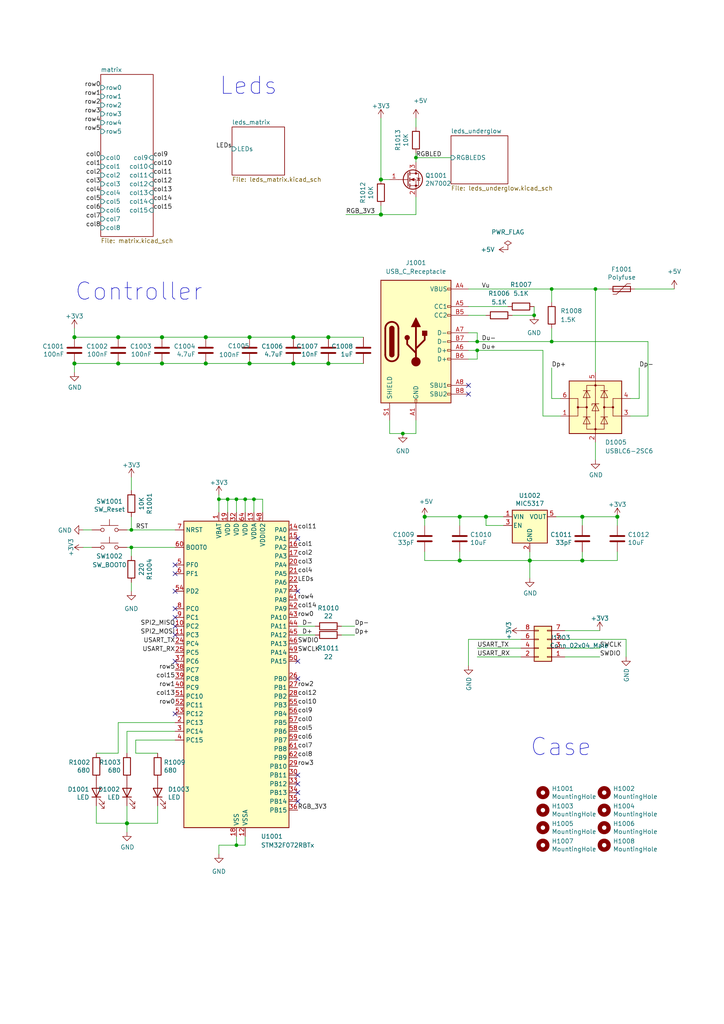
<source format=kicad_sch>
(kicad_sch (version 20230121) (generator eeschema)
  (paper "A4" portrait)
  (title_block (title "ValKey") (date "2022-09-02") (rev "0.3") (company "Thomas Schwery") (comment 1 "ValKey TKL Keyboard"))
  (lib_symbols
    (symbol "Connector:USB_C_Receptacle_USB2.0" (pin_names (offset 1.016))
      (property "Reference" "J" (at -10.16 19.05 0))
      (property "Value" "USB_C_Receptacle_USB2.0" (at 19.05 19.05 0))
      (symbol "USB_C_Receptacle_USB2.0_0_0"
        (rectangle (start -0.254 -17.78) (end 0.254 -16.764))
        (rectangle (start 10.16 -14.986) (end 9.144 -15.494))
        (rectangle (start 10.16 -12.446) (end 9.144 -12.954))
        (rectangle (start 10.16 -4.826) (end 9.144 -5.334))
        (rectangle (start 10.16 -2.286) (end 9.144 -2.794))
        (rectangle (start 10.16 0.254) (end 9.144 -0.254))
        (rectangle (start 10.16 2.794) (end 9.144 2.286))
        (rectangle (start 10.16 7.874) (end 9.144 7.366))
        (rectangle (start 10.16 10.414) (end 9.144 9.906))
        (rectangle (start 10.16 15.494) (end 9.144 14.986))
      )
      (symbol "USB_C_Receptacle_USB2.0_0_1"
        (rectangle (start -10.16 17.78) (end 10.16 -17.78) (stroke (width 0.254)) (fill (type background)))
        (arc (start -8.89 -3.81) (mid -6.985 -5.7067) (end -5.08 -3.81) (stroke (width 0.508)))
        (arc (start -7.62 -3.81) (mid -6.985 -4.4423) (end -6.35 -3.81) (stroke (width 0.254)))
        (arc (start -7.62 -3.81) (mid -6.985 -4.4423) (end -6.35 -3.81) (stroke (width 0.254)) (fill (type outline)))
        (rectangle (start -7.62 -3.81) (end -6.35 3.81) (stroke (width 0.254)) (fill (type outline)))
        (arc (start -6.35 3.81) (mid -6.985 4.4423) (end -7.62 3.81) (stroke (width 0.254)))
        (arc (start -6.35 3.81) (mid -6.985 4.4423) (end -7.62 3.81) (stroke (width 0.254)) (fill (type outline)))
        (arc (start -5.08 3.81) (mid -6.985 5.7067) (end -8.89 3.81) (stroke (width 0.508)))
        (circle (center -2.54 1.143) (radius 0.635) (stroke (width 0.254)) (fill (type outline)))
        (circle (center 0 -5.842) (radius 1.27) (fill (type outline)))
        (polyline (pts (xy -8.89 -3.81) (xy -8.89 3.81)) (stroke (width 0.508)))
        (polyline (pts (xy -5.08 3.81) (xy -5.08 -3.81)) (stroke (width 0.508)))
        (polyline (pts (xy 0 -5.842) (xy 0 4.318)) (stroke (width 0.508)))
        (polyline (pts (xy 0 -3.302) (xy -2.54 -0.762) (xy -2.54 0.508)) (stroke (width 0.508)))
        (polyline (pts (xy 0 -2.032) (xy 2.54 0.508) (xy 2.54 1.778)) (stroke (width 0.508)))
        (polyline (pts (xy -1.27 4.318) (xy 0 6.858) (xy 1.27 4.318) (xy -1.27 4.318)) (stroke (width 0.254)) (fill (type outline)))
        (rectangle (start 1.905 1.778) (end 3.175 3.048) (stroke (width 0.254)) (fill (type outline)))
      )
      (symbol "USB_C_Receptacle_USB2.0_1_1"
        (pin passive line (at 0 -22.86 90) (length 5.08) (name "GND") (number "A1"))
        (pin passive line (at 0 -22.86 90) (length 5.08) hide (name "GND") (number "A12"))
        (pin passive line (at 15.24 15.24 180) (length 5.08) (name "VBUS") (number "A4"))
        (pin bidirectional line (at 15.24 10.16 180) (length 5.08) (name "CC1") (number "A5"))
        (pin bidirectional line (at 15.24 -2.54 180) (length 5.08) (name "D+") (number "A6"))
        (pin bidirectional line (at 15.24 2.54 180) (length 5.08) (name "D-") (number "A7"))
        (pin bidirectional line (at 15.24 -12.7 180) (length 5.08) (name "SBU1") (number "A8"))
        (pin passive line (at 15.24 15.24 180) (length 5.08) hide (name "VBUS") (number "A9"))
        (pin passive line (at 0 -22.86 90) (length 5.08) hide (name "GND") (number "B1"))
        (pin passive line (at 0 -22.86 90) (length 5.08) hide (name "GND") (number "B12"))
        (pin passive line (at 15.24 15.24 180) (length 5.08) hide (name "VBUS") (number "B4"))
        (pin bidirectional line (at 15.24 7.62 180) (length 5.08) (name "CC2") (number "B5"))
        (pin bidirectional line (at 15.24 -5.08 180) (length 5.08) (name "D+") (number "B6"))
        (pin bidirectional line (at 15.24 0 180) (length 5.08) (name "D-") (number "B7"))
        (pin bidirectional line (at 15.24 -15.24 180) (length 5.08) (name "SBU2") (number "B8"))
        (pin passive line (at 15.24 15.24 180) (length 5.08) hide (name "VBUS") (number "B9"))
        (pin passive line (at -7.62 -22.86 90) (length 5.08) (name "SHIELD") (number "S1"))
      )
    )
    (symbol "Connector_Generic:Conn_02x04_Odd_Even" (pin_names (offset 1.016) hide)
      (property "Reference" "J" (at 1.27 5.08 0))
      (property "Value" "Conn_02x04_Odd_Even" (at 1.27 -7.62 0))
      (symbol "Conn_02x04_Odd_Even_1_1"
        (rectangle (start -1.27 -4.953) (end 0 -5.207) (stroke (width 0.1524)))
        (rectangle (start -1.27 -2.413) (end 0 -2.667) (stroke (width 0.1524)))
        (rectangle (start -1.27 0.127) (end 0 -0.127) (stroke (width 0.1524)))
        (rectangle (start -1.27 2.667) (end 0 2.413) (stroke (width 0.1524)))
        (rectangle (start -1.27 3.81) (end 3.81 -6.35) (stroke (width 0.254)) (fill (type background)))
        (rectangle (start 3.81 -4.953) (end 2.54 -5.207) (stroke (width 0.1524)))
        (rectangle (start 3.81 -2.413) (end 2.54 -2.667) (stroke (width 0.1524)))
        (rectangle (start 3.81 0.127) (end 2.54 -0.127) (stroke (width 0.1524)))
        (rectangle (start 3.81 2.667) (end 2.54 2.413) (stroke (width 0.1524)))
        (pin passive line (at -5.08 2.54 0) (length 3.81) (name "Pin_1") (number "1"))
        (pin passive line (at 7.62 2.54 180) (length 3.81) (name "Pin_2") (number "2"))
        (pin passive line (at -5.08 0 0) (length 3.81) (name "Pin_3") (number "3"))
        (pin passive line (at 7.62 0 180) (length 3.81) (name "Pin_4") (number "4"))
        (pin passive line (at -5.08 -2.54 0) (length 3.81) (name "Pin_5") (number "5"))
        (pin passive line (at 7.62 -2.54 180) (length 3.81) (name "Pin_6") (number "6"))
        (pin passive line (at -5.08 -5.08 0) (length 3.81) (name "Pin_7") (number "7"))
        (pin passive line (at 7.62 -5.08 180) (length 3.81) (name "Pin_8") (number "8"))
      )
    )
    (symbol "Device:C" (pin_numbers hide) (pin_names (offset 0.254))
      (property "Reference" "C" (at 0.635 2.54 0))
      (property "Value" "C" (at 0.635 -2.54 0))
      (symbol "C_0_1"
        (polyline (pts (xy -2.032 -0.762) (xy 2.032 -0.762)) (stroke (width 0.508)))
        (polyline (pts (xy -2.032 0.762) (xy 2.032 0.762)) (stroke (width 0.508)))
      )
      (symbol "C_1_1"
        (pin passive line (at 0 3.81 270) (length 2.794) (name "~") (number "1"))
        (pin passive line (at 0 -3.81 90) (length 2.794) (name "~") (number "2"))
      )
    )
    (symbol "Device:LED" (pin_numbers hide) (pin_names (offset 1.016) hide)
      (property "Reference" "D" (at 0 2.54 0))
      (property "Value" "LED" (at 0 -2.54 0))
      (symbol "LED_0_1"
        (polyline (pts (xy -1.27 -1.27) (xy -1.27 1.27)) (stroke (width 0.254)))
        (polyline (pts (xy -1.27 0) (xy 1.27 0)))
        (polyline (pts (xy 1.27 -1.27) (xy 1.27 1.27) (xy -1.27 0) (xy 1.27 -1.27)) (stroke (width 0.254)))
        (polyline (pts (xy -3.048 -0.762) (xy -4.572 -2.286) (xy -3.81 -2.286) (xy -4.572 -2.286) (xy -4.572 -1.524)))
        (polyline (pts (xy -1.778 -0.762) (xy -3.302 -2.286) (xy -2.54 -2.286) (xy -3.302 -2.286) (xy -3.302 -1.524)))
      )
      (symbol "LED_1_1"
        (pin passive line (at -3.81 0 0) (length 2.54) (name "K") (number "1"))
        (pin passive line (at 3.81 0 180) (length 2.54) (name "A") (number "2"))
      )
    )
    (symbol "Device:Polyfuse" (pin_numbers hide) (pin_names (offset 0))
      (property "Reference" "F" (at -2.54 0 90))
      (property "Value" "Polyfuse" (at 2.54 0 90))
      (symbol "Polyfuse_0_1"
        (rectangle (start -0.762 2.54) (end 0.762 -2.54) (stroke (width 0.254)))
        (polyline (pts (xy 0 2.54) (xy 0 -2.54)))
        (polyline (pts (xy -1.524 2.54) (xy -1.524 1.524) (xy 1.524 -1.524) (xy 1.524 -2.54)))
      )
      (symbol "Polyfuse_1_1"
        (pin passive line (at 0 3.81 270) (length 1.27) (name "~") (number "1"))
        (pin passive line (at 0 -3.81 90) (length 1.27) (name "~") (number "2"))
      )
    )
    (symbol "Device:R" (pin_numbers hide) (pin_names (offset 0))
      (property "Reference" "R" (at 2.032 0 90))
      (property "Value" "R" (at 0 0 90))
      (symbol "R_0_1"
        (rectangle (start -1.016 -2.54) (end 1.016 2.54) (stroke (width 0.254)))
      )
      (symbol "R_1_1"
        (pin passive line (at 0 3.81 270) (length 1.27) (name "~") (number "1"))
        (pin passive line (at 0 -3.81 90) (length 1.27) (name "~") (number "2"))
      )
    )
    (symbol "MCU_ST_STM32F0:STM32F072RBTx"
      (property "Reference" "U" (at -15.24 46.99 0))
      (property "Value" "STM32F072RBTx" (at 10.16 46.99 0))
      (symbol "STM32F072RBTx_0_1"
        (rectangle (start -15.24 -43.18) (end 15.24 45.72) (stroke (width 0.254)) (fill (type background)))
      )
      (symbol "STM32F072RBTx_1_1"
        (pin power_in line (at -5.08 48.26 270) (length 2.54) (name "VBAT") (number "1"))
        (pin bidirectional line (at -17.78 15.24 0) (length 2.54) (name "PC2") (number "10"))
        (pin bidirectional line (at -17.78 12.7 0) (length 2.54) (name "PC3") (number "11"))
        (pin power_in line (at 2.54 -45.72 90) (length 2.54) (name "VSSA") (number "12"))
        (pin power_in line (at 5.08 48.26 270) (length 2.54) (name "VDDA") (number "13"))
        (pin bidirectional line (at 17.78 43.18 180) (length 2.54) (name "PA0") (number "14"))
        (pin bidirectional line (at 17.78 40.64 180) (length 2.54) (name "PA1") (number "15"))
        (pin bidirectional line (at 17.78 38.1 180) (length 2.54) (name "PA2") (number "16"))
        (pin bidirectional line (at 17.78 35.56 180) (length 2.54) (name "PA3") (number "17"))
        (pin power_in line (at 0 -45.72 90) (length 2.54) (name "VSS") (number "18"))
        (pin power_in line (at -2.54 48.26 270) (length 2.54) (name "VDD") (number "19"))
        (pin bidirectional line (at -17.78 -12.7 0) (length 2.54) (name "PC13") (number "2"))
        (pin bidirectional line (at 17.78 33.02 180) (length 2.54) (name "PA4") (number "20"))
        (pin bidirectional line (at 17.78 30.48 180) (length 2.54) (name "PA5") (number "21"))
        (pin bidirectional line (at 17.78 27.94 180) (length 2.54) (name "PA6") (number "22"))
        (pin bidirectional line (at 17.78 25.4 180) (length 2.54) (name "PA7") (number "23"))
        (pin bidirectional line (at -17.78 10.16 0) (length 2.54) (name "PC4") (number "24"))
        (pin bidirectional line (at -17.78 7.62 0) (length 2.54) (name "PC5") (number "25"))
        (pin bidirectional line (at 17.78 0 180) (length 2.54) (name "PB0") (number "26"))
        (pin bidirectional line (at 17.78 -2.54 180) (length 2.54) (name "PB1") (number "27"))
        (pin bidirectional line (at 17.78 -5.08 180) (length 2.54) (name "PB2") (number "28"))
        (pin bidirectional line (at 17.78 -25.4 180) (length 2.54) (name "PB10") (number "29"))
        (pin bidirectional line (at -17.78 -15.24 0) (length 2.54) (name "PC14") (number "3"))
        (pin bidirectional line (at 17.78 -27.94 180) (length 2.54) (name "PB11") (number "30"))
        (pin passive line (at 0 -45.72 90) (length 2.54) hide (name "VSS") (number "31"))
        (pin power_in line (at 0 48.26 270) (length 2.54) (name "VDD") (number "32"))
        (pin bidirectional line (at 17.78 -30.48 180) (length 2.54) (name "PB12") (number "33"))
        (pin bidirectional line (at 17.78 -33.02 180) (length 2.54) (name "PB13") (number "34"))
        (pin bidirectional line (at 17.78 -35.56 180) (length 2.54) (name "PB14") (number "35"))
        (pin bidirectional line (at 17.78 -38.1 180) (length 2.54) (name "PB15") (number "36"))
        (pin bidirectional line (at -17.78 5.08 0) (length 2.54) (name "PC6") (number "37"))
        (pin bidirectional line (at -17.78 2.54 0) (length 2.54) (name "PC7") (number "38"))
        (pin bidirectional line (at -17.78 0 0) (length 2.54) (name "PC8") (number "39"))
        (pin bidirectional line (at -17.78 -17.78 0) (length 2.54) (name "PC15") (number "4"))
        (pin bidirectional line (at -17.78 -2.54 0) (length 2.54) (name "PC9") (number "40"))
        (pin bidirectional line (at 17.78 22.86 180) (length 2.54) (name "PA8") (number "41"))
        (pin bidirectional line (at 17.78 20.32 180) (length 2.54) (name "PA9") (number "42"))
        (pin bidirectional line (at 17.78 17.78 180) (length 2.54) (name "PA10") (number "43"))
        (pin bidirectional line (at 17.78 15.24 180) (length 2.54) (name "PA11") (number "44"))
        (pin bidirectional line (at 17.78 12.7 180) (length 2.54) (name "PA12") (number "45"))
        (pin bidirectional line (at 17.78 10.16 180) (length 2.54) (name "PA13") (number "46"))
        (pin passive line (at 0 -45.72 90) (length 2.54) hide (name "VSS") (number "47"))
        (pin power_in line (at 7.62 48.26 270) (length 2.54) (name "VDDIO2") (number "48"))
        (pin bidirectional line (at 17.78 7.62 180) (length 2.54) (name "PA14") (number "49"))
        (pin bidirectional line (at -17.78 33.02 0) (length 2.54) (name "PF0") (number "5"))
        (pin bidirectional line (at 17.78 5.08 180) (length 2.54) (name "PA15") (number "50"))
        (pin bidirectional line (at -17.78 -5.08 0) (length 2.54) (name "PC10") (number "51"))
        (pin bidirectional line (at -17.78 -7.62 0) (length 2.54) (name "PC11") (number "52"))
        (pin bidirectional line (at -17.78 -10.16 0) (length 2.54) (name "PC12") (number "53"))
        (pin bidirectional line (at -17.78 25.4 0) (length 2.54) (name "PD2") (number "54"))
        (pin bidirectional line (at 17.78 -7.62 180) (length 2.54) (name "PB3") (number "55"))
        (pin bidirectional line (at 17.78 -10.16 180) (length 2.54) (name "PB4") (number "56"))
        (pin bidirectional line (at 17.78 -12.7 180) (length 2.54) (name "PB5") (number "57"))
        (pin bidirectional line (at 17.78 -15.24 180) (length 2.54) (name "PB6") (number "58"))
        (pin bidirectional line (at 17.78 -17.78 180) (length 2.54) (name "PB7") (number "59"))
        (pin bidirectional line (at -17.78 30.48 0) (length 2.54) (name "PF1") (number "6"))
        (pin input line (at -17.78 38.1 0) (length 2.54) (name "BOOT0") (number "60"))
        (pin bidirectional line (at 17.78 -20.32 180) (length 2.54) (name "PB8") (number "61"))
        (pin bidirectional line (at 17.78 -22.86 180) (length 2.54) (name "PB9") (number "62"))
        (pin passive line (at 0 -45.72 90) (length 2.54) hide (name "VSS") (number "63"))
        (pin power_in line (at 2.54 48.26 270) (length 2.54) (name "VDD") (number "64"))
        (pin input line (at -17.78 43.18 0) (length 2.54) (name "NRST") (number "7"))
        (pin bidirectional line (at -17.78 20.32 0) (length 2.54) (name "PC0") (number "8"))
        (pin bidirectional line (at -17.78 17.78 0) (length 2.54) (name "PC1") (number "9"))
      )
    )
    (symbol "Mechanical:MountingHole" (pin_names (offset 1.016))
      (property "Reference" "H" (at 0 5.08 0))
      (property "Value" "MountingHole" (at 0 3.175 0))
      (symbol "MountingHole_0_1"
        (circle (center 0 0) (radius 1.27) (stroke (width 1.27)))
      )
    )
    (symbol "Power_Protection:USBLC6-2SC6" (pin_names hide)
      (property "Reference" "U" (at 2.54 8.89 0))
      (property "Value" "USBLC6-2SC6" (at 2.54 -8.89 0))
      (symbol "USBLC6-2SC6_0_1"
        (rectangle (start -7.62 -7.62) (end 7.62 7.62) (stroke (width 0.254)) (fill (type background)))
        (circle (center -5.08 0) (radius 0.254) (fill (type outline)))
        (circle (center -2.54 0) (radius 0.254) (fill (type outline)))
        (rectangle (start -2.54 6.35) (end 2.54 -6.35))
        (circle (center 0 -6.35) (radius 0.254) (fill (type outline)))
        (polyline (pts (xy -5.08 -2.54) (xy -7.62 -2.54)))
        (polyline (pts (xy -5.08 0) (xy -5.08 -2.54)))
        (polyline (pts (xy -5.08 2.54) (xy -7.62 2.54)))
        (polyline (pts (xy -1.524 -2.794) (xy -3.556 -2.794)))
        (polyline (pts (xy -1.524 4.826) (xy -3.556 4.826)))
        (polyline (pts (xy 0 -7.62) (xy 0 -6.35)))
        (polyline (pts (xy 0 -6.35) (xy 0 1.27)))
        (polyline (pts (xy 0 1.27) (xy 0 6.35)))
        (polyline (pts (xy 0 6.35) (xy 0 7.62)))
        (polyline (pts (xy 1.524 -2.794) (xy 3.556 -2.794)))
        (polyline (pts (xy 1.524 4.826) (xy 3.556 4.826)))
        (polyline (pts (xy 5.08 -2.54) (xy 7.62 -2.54)))
        (polyline (pts (xy 5.08 0) (xy 5.08 -2.54)))
        (polyline (pts (xy 5.08 2.54) (xy 7.62 2.54)))
        (polyline (pts (xy -2.54 0) (xy -5.08 0) (xy -5.08 2.54)))
        (polyline (pts (xy 2.54 0) (xy 5.08 0) (xy 5.08 2.54)))
        (polyline (pts (xy -3.556 -4.826) (xy -1.524 -4.826) (xy -2.54 -2.794) (xy -3.556 -4.826)))
        (polyline (pts (xy -3.556 2.794) (xy -1.524 2.794) (xy -2.54 4.826) (xy -3.556 2.794)))
        (polyline (pts (xy -1.016 -1.016) (xy 1.016 -1.016) (xy 0 1.016) (xy -1.016 -1.016)))
        (polyline (pts (xy 1.016 1.016) (xy 0.762 1.016) (xy -1.016 1.016) (xy -1.016 0.508)))
        (polyline (pts (xy 3.556 -4.826) (xy 1.524 -4.826) (xy 2.54 -2.794) (xy 3.556 -4.826)))
        (polyline (pts (xy 3.556 2.794) (xy 1.524 2.794) (xy 2.54 4.826) (xy 3.556 2.794)))
        (circle (center 0 6.35) (radius 0.254) (fill (type outline)))
        (circle (center 2.54 0) (radius 0.254) (fill (type outline)))
        (circle (center 5.08 0) (radius 0.254) (fill (type outline)))
      )
      (symbol "USBLC6-2SC6_1_1"
        (pin passive line (at -10.16 -2.54 0) (length 2.54) (name "I/O1") (number "1"))
        (pin passive line (at 0 -10.16 90) (length 2.54) (name "GND") (number "2"))
        (pin passive line (at 10.16 -2.54 180) (length 2.54) (name "I/O2") (number "3"))
        (pin passive line (at 10.16 2.54 180) (length 2.54) (name "I/O2") (number "4"))
        (pin passive line (at 0 10.16 270) (length 2.54) (name "VBUS") (number "5"))
        (pin passive line (at -10.16 2.54 0) (length 2.54) (name "I/O1") (number "6"))
      )
    )
    (symbol "Regulator_Linear:AP2204K-3.3" (pin_names (offset 0.254))
      (property "Reference" "U" (at -5.08 5.715 0))
      (property "Value" "AP2204K-3.3" (at 0 5.715 0))
      (symbol "AP2204K-3.3_0_1"
        (rectangle (start -5.08 4.445) (end 5.08 -5.08) (stroke (width 0.254)) (fill (type background)))
      )
      (symbol "AP2204K-3.3_1_1"
        (pin power_in line (at -7.62 2.54 0) (length 2.54) (name "VIN") (number "1"))
        (pin power_in line (at 0 -7.62 90) (length 2.54) (name "GND") (number "2"))
        (pin input line (at -7.62 0 0) (length 2.54) (name "EN") (number "3"))
        (pin no_connect line (at 5.08 0 180) (length 2.54) hide (name "NC") (number "4"))
        (pin power_out line (at 7.62 2.54 180) (length 2.54) (name "VOUT") (number "5"))
      )
    )
    (symbol "Switch:SW_Push" (pin_numbers hide) (pin_names (offset 1.016) hide)
      (property "Reference" "SW" (at 1.27 2.54 0))
      (property "Value" "SW_Push" (at 0 -1.524 0))
      (symbol "SW_Push_0_1"
        (circle (center -2.032 0) (radius 0.508))
        (polyline (pts (xy 0 1.27) (xy 0 3.048)))
        (polyline (pts (xy 2.54 1.27) (xy -2.54 1.27)))
        (circle (center 2.032 0) (radius 0.508))
        (pin passive line (at -5.08 0 0) (length 2.54) (name "1") (number "1"))
        (pin passive line (at 5.08 0 180) (length 2.54) (name "2") (number "2"))
      )
    )
    (symbol "Transistor_FET:2N7002" (pin_names hide)
      (property "Reference" "Q" (at 5.08 1.905 0))
      (property "Value" "2N7002" (at 5.08 0 0))
      (symbol "2N7002_0_1"
        (polyline (pts (xy 0.254 0) (xy -2.54 0)))
        (polyline (pts (xy 0.254 1.905) (xy 0.254 -1.905)) (stroke (width 0.254)))
        (polyline (pts (xy 0.762 -1.27) (xy 0.762 -2.286)) (stroke (width 0.254)))
        (polyline (pts (xy 0.762 0.508) (xy 0.762 -0.508)) (stroke (width 0.254)))
        (polyline (pts (xy 0.762 2.286) (xy 0.762 1.27)) (stroke (width 0.254)))
        (polyline (pts (xy 2.54 2.54) (xy 2.54 1.778)))
        (polyline (pts (xy 2.54 -2.54) (xy 2.54 0) (xy 0.762 0)))
        (polyline (pts (xy 0.762 -1.778) (xy 3.302 -1.778) (xy 3.302 1.778) (xy 0.762 1.778)))
        (polyline (pts (xy 1.016 0) (xy 2.032 0.381) (xy 2.032 -0.381) (xy 1.016 0)) (fill (type outline)))
        (polyline (pts (xy 2.794 0.508) (xy 2.921 0.381) (xy 3.683 0.381) (xy 3.81 0.254)))
        (polyline (pts (xy 3.302 0.381) (xy 2.921 -0.254) (xy 3.683 -0.254) (xy 3.302 0.381)))
        (circle (center 1.651 0) (radius 2.794) (stroke (width 0.254)))
        (circle (center 2.54 -1.778) (radius 0.254) (fill (type outline)))
        (circle (center 2.54 1.778) (radius 0.254) (fill (type outline)))
      )
      (symbol "2N7002_1_1"
        (pin input line (at -5.08 0 0) (length 2.54) (name "G") (number "1"))
        (pin passive line (at 2.54 -5.08 90) (length 2.54) (name "S") (number "2"))
        (pin passive line (at 2.54 5.08 270) (length 2.54) (name "D") (number "3"))
      )
    )
    (symbol "power:+3V3" (power) (pin_names (offset 0))
      (property "Value" "+3V3" (at 0 3.556 0))
      (symbol "+3V3_0_1"
        (polyline (pts (xy -0.762 1.27) (xy 0 2.54)))
        (polyline (pts (xy 0 0) (xy 0 2.54)))
        (polyline (pts (xy 0 2.54) (xy 0.762 1.27)))
      )
      (symbol "+3V3_1_1"
        (pin power_in line (at 0 0 90) (length 0) hide (name "+3V3") (number "1"))
      )
    )
    (symbol "power:+5V" (power) (pin_names (offset 0))
      (property "Value" "+5V" (at 0 3.556 0))
      (symbol "+5V_0_1"
        (polyline (pts (xy -0.762 1.27) (xy 0 2.54)))
        (polyline (pts (xy 0 0) (xy 0 2.54)))
        (polyline (pts (xy 0 2.54) (xy 0.762 1.27)))
      )
      (symbol "+5V_1_1"
        (pin power_in line (at 0 0 90) (length 0) hide (name "+5V") (number "1"))
      )
    )
    (symbol "power:GND" (power) (pin_names (offset 0))
      (property "Value" "GND" (at 0 -3.81 0))
      (symbol "GND_0_1"
        (polyline (pts (xy 0 0) (xy 0 -1.27) (xy 1.27 -1.27) (xy 0 -2.54) (xy -1.27 -1.27) (xy 0 -1.27)))
      )
      (symbol "GND_1_1"
        (pin power_in line (at 0 0 270) (length 0) hide (name "GND") (number "1"))
      )
    )
    (symbol "power:PWR_FLAG" (power) (pin_numbers hide) (pin_names (offset 0) hide)
      (property "Value" "PWR_FLAG" (at 0 3.81 0))
      (symbol "PWR_FLAG_0_0"
        (pin power_out line (at 0 0 90) (length 0) (name "pwr") (number "1"))
      )
      (symbol "PWR_FLAG_0_1"
        (polyline (pts (xy 0 0) (xy 0 1.27) (xy -1.016 1.905) (xy 0 2.54) (xy 1.016 1.905) (xy 0 1.27)))
      )
    )
  )
  (junction (at 46.99 105.41) (diameter 1.016))
  (junction (at 95.25 97.79) (diameter 1.016))
  (junction (at 110.49 52.07) (diameter 1.016))
  (junction (at 179.07 149.86) (diameter 1.016))
  (junction (at 153.67 162.56) (diameter 1.016))
  (junction (at 59.69 97.79) (diameter 1.016))
  (junction (at 59.69 105.41) (diameter 1.016))
  (junction (at 46.99 97.79) (diameter 1.016))
  (junction (at 34.29 105.41) (diameter 1.016))
  (junction (at 34.29 97.79) (diameter 1.016))
  (junction (at 66.04 144.78))
  (junction (at 172.72 83.82))
  (junction (at 140.97 149.86) (diameter 1.016))
  (junction (at 21.59 105.41) (diameter 1.016))
  (junction (at 21.59 97.79) (diameter 1.016))
  (junction (at 120.65 45.72))
  (junction (at 160.02 99.06))
  (junction (at 68.58 144.78))
  (junction (at 36.83 238.76) (diameter 1.016))
  (junction (at 95.25 105.41) (diameter 1.016))
  (junction (at 72.39 105.41) (diameter 1.016))
  (junction (at 110.49 62.23) (diameter 1.016))
  (junction (at 133.35 162.56) (diameter 1.016))
  (junction (at 168.91 149.86) (diameter 1.016))
  (junction (at 138.43 99.06))
  (junction (at 123.19 149.86) (diameter 1.016))
  (junction (at 73.66 144.78))
  (junction (at 38.1 153.67))
  (junction (at 133.35 149.86) (diameter 1.016))
  (junction (at 68.58 245.11))
  (junction (at 72.39 97.79) (diameter 1.016))
  (junction (at 71.12 144.78))
  (junction (at 85.09 105.41) (diameter 1.016))
  (junction (at 63.5 144.78))
  (junction (at 116.84 125.73))
  (junction (at 38.1 158.75))
  (junction (at 138.43 101.6))
  (junction (at 154.94 91.44))
  (junction (at 168.91 162.56) (diameter 1.016))
  (junction (at 160.02 83.82))
  (junction (at 85.09 97.79) (diameter 1.016))
  (no_connect (at 135.89 111.76))
  (no_connect (at 135.89 114.3))
  (no_connect (at 86.36 156.21))
  (no_connect (at 86.36 171.45))
  (no_connect (at 50.8 207.01))
  (no_connect (at 86.36 196.85))
  (no_connect (at 86.36 224.79))
  (no_connect (at 86.36 227.33))
  (no_connect (at 86.36 191.77))
  (no_connect (at 50.8 163.83))
  (no_connect (at 50.8 171.45))
  (no_connect (at 50.8 179.07))
  (no_connect (at 50.8 166.37))
  (no_connect (at 50.8 176.53))
  (no_connect (at 50.8 191.77))
  (no_connect (at 86.36 232.41))
  (no_connect (at 86.36 229.87))
  (no_connect (at 50.8 181.61))
  (no_connect (at 50.8 184.15))
  (wire (pts (xy 153.67 162.56) (xy 168.91 162.56)))
  (wire (pts (xy 135.89 185.42) (xy 135.89 193.04)))
  (wire (pts (xy 168.91 162.56) (xy 179.07 162.56)))
  (wire (pts (xy 34.29 105.41) (xy 46.99 105.41)))
  (wire (pts (xy 135.89 88.9) (xy 147.32 88.9)))
  (wire (pts (xy 34.29 209.55) (xy 34.29 218.44)))
  (wire (pts (xy 138.43 104.14) (xy 138.43 101.6)))
  (wire (pts (xy 36.83 212.09) (xy 36.83 218.44)))
  (wire (pts (xy 66.04 144.78) (xy 63.5 144.78)))
  (wire (pts (xy 50.8 209.55) (xy 34.29 209.55)))
  (wire (pts (xy 123.19 149.86) (xy 123.19 152.4)))
  (wire (pts (xy 113.03 121.92) (xy 113.03 125.73)))
  (wire (pts (xy 36.83 238.76) (xy 36.83 241.3)))
  (wire (pts (xy 21.59 105.41) (xy 34.29 105.41)))
  (wire (pts (xy 187.96 99.06) (xy 187.96 120.65)))
  (wire (pts (xy 110.49 62.23) (xy 120.65 62.23)))
  (wire (pts (xy 76.2 144.78) (xy 73.66 144.78)))
  (wire (pts (xy 116.84 125.73) (xy 120.65 125.73)))
  (wire (pts (xy 66.04 144.78) (xy 66.04 148.59)))
  (wire (pts (xy 135.89 91.44) (xy 140.97 91.44)))
  (wire (pts (xy 38.1 168.91) (xy 38.1 171.45)))
  (wire (pts (xy 135.89 83.82) (xy 160.02 83.82)))
  (wire (pts (xy 120.65 44.45) (xy 120.65 45.72)))
  (wire (pts (xy 21.59 97.79) (xy 34.29 97.79)))
  (wire (pts (xy 36.83 153.67) (xy 38.1 153.67)))
  (wire (pts (xy 172.72 128.27) (xy 172.72 133.35)))
  (wire (pts (xy 110.49 34.29) (xy 110.49 52.07)))
  (wire (pts (xy 45.72 233.68) (xy 45.72 238.76)))
  (wire (pts (xy 185.42 106.68) (xy 185.42 115.57)))
  (wire (pts (xy 135.89 96.52) (xy 138.43 96.52)))
  (wire (pts (xy 46.99 97.79) (xy 59.69 97.79)))
  (wire (pts (xy 123.19 162.56) (xy 123.19 160.02)))
  (wire (pts (xy 95.25 105.41) (xy 105.41 105.41)))
  (wire (pts (xy 133.35 152.4) (xy 133.35 149.86)))
  (wire (pts (xy 153.67 162.56) (xy 153.67 167.64)))
  (wire (pts (xy 138.43 101.6) (xy 157.48 101.6)))
  (wire (pts (xy 59.69 97.79) (xy 72.39 97.79)))
  (wire (pts (xy 135.89 99.06) (xy 138.43 99.06)))
  (wire (pts (xy 68.58 242.57) (xy 68.58 245.11)))
  (wire (pts (xy 99.06 181.61) (xy 102.87 181.61)))
  (wire (pts (xy 110.49 59.69) (xy 110.49 62.23)))
  (wire (pts (xy 133.35 149.86) (xy 140.97 149.86)))
  (wire (pts (xy 63.5 143.51) (xy 63.5 144.78)))
  (wire (pts (xy 27.94 233.68) (xy 27.94 238.76)))
  (wire (pts (xy 68.58 245.11) (xy 71.12 245.11)))
  (wire (pts (xy 179.07 162.56) (xy 179.07 160.02)))
  (wire (pts (xy 120.65 62.23) (xy 120.65 57.15)))
  (wire (pts (xy 160.02 83.82) (xy 172.72 83.82)))
  (wire (pts (xy 36.83 233.68) (xy 36.83 238.76)))
  (wire (pts (xy 38.1 158.75) (xy 38.1 161.29)))
  (wire (pts (xy 163.83 187.96) (xy 173.99 187.96)))
  (wire (pts (xy 24.13 158.75) (xy 26.67 158.75)))
  (wire (pts (xy 161.29 149.86) (xy 168.91 149.86)))
  (wire (pts (xy 181.61 185.42) (xy 181.61 190.5)))
  (wire (pts (xy 160.02 106.68) (xy 160.02 115.57)))
  (wire (pts (xy 38.1 149.86) (xy 38.1 153.67)))
  (wire (pts (xy 73.66 144.78) (xy 71.12 144.78)))
  (wire (pts (xy 68.58 144.78) (xy 66.04 144.78)))
  (wire (pts (xy 63.5 245.11) (xy 68.58 245.11)))
  (wire (pts (xy 63.5 144.78) (xy 63.5 148.59)))
  (wire (pts (xy 100.33 62.23) (xy 110.49 62.23)))
  (wire (pts (xy 34.29 97.79) (xy 46.99 97.79)))
  (wire (pts (xy 168.91 149.86) (xy 168.91 152.4)))
  (wire (pts (xy 163.83 190.5) (xy 173.99 190.5)))
  (wire (pts (xy 160.02 95.25) (xy 160.02 99.06)))
  (wire (pts (xy 72.39 105.41) (xy 85.09 105.41)))
  (wire (pts (xy 68.58 144.78) (xy 71.12 144.78)))
  (wire (pts (xy 138.43 99.06) (xy 138.43 96.52)))
  (wire (pts (xy 113.03 125.73) (xy 116.84 125.73)))
  (wire (pts (xy 27.94 238.76) (xy 36.83 238.76)))
  (wire (pts (xy 123.19 162.56) (xy 133.35 162.56)))
  (wire (pts (xy 163.83 182.88) (xy 173.99 182.88)))
  (wire (pts (xy 146.05 152.4) (xy 140.97 152.4)))
  (wire (pts (xy 99.06 184.15) (xy 102.87 184.15)))
  (wire (pts (xy 50.8 212.09) (xy 36.83 212.09)))
  (wire (pts (xy 73.66 144.78) (xy 73.66 148.59)))
  (wire (pts (xy 182.88 120.65) (xy 187.96 120.65)))
  (wire (pts (xy 160.02 83.82) (xy 160.02 87.63)))
  (wire (pts (xy 151.13 190.5) (xy 138.43 190.5)))
  (wire (pts (xy 120.65 45.72) (xy 120.65 46.99)))
  (wire (pts (xy 113.03 52.07) (xy 110.49 52.07)))
  (wire (pts (xy 38.1 153.67) (xy 50.8 153.67)))
  (wire (pts (xy 182.88 115.57) (xy 185.42 115.57)))
  (wire (pts (xy 157.48 101.6) (xy 157.48 120.65)))
  (wire (pts (xy 36.83 238.76) (xy 45.72 238.76)))
  (wire (pts (xy 153.67 160.02) (xy 153.67 162.56)))
  (wire (pts (xy 68.58 144.78) (xy 68.58 148.59)))
  (wire (pts (xy 157.48 120.65) (xy 162.56 120.65)))
  (wire (pts (xy 21.59 95.25) (xy 21.59 97.79)))
  (wire (pts (xy 172.72 83.82) (xy 176.53 83.82)))
  (wire (pts (xy 76.2 148.59) (xy 76.2 144.78)))
  (wire (pts (xy 135.89 101.6) (xy 138.43 101.6)))
  (wire (pts (xy 120.65 34.29) (xy 120.65 36.83)))
  (wire (pts (xy 63.5 245.11) (xy 63.5 247.65)))
  (wire (pts (xy 163.83 185.42) (xy 181.61 185.42)))
  (wire (pts (xy 160.02 115.57) (xy 162.56 115.57)))
  (wire (pts (xy 153.67 162.56) (xy 133.35 162.56)))
  (wire (pts (xy 160.02 99.06) (xy 187.96 99.06)))
  (wire (pts (xy 27.94 218.44) (xy 34.29 218.44)))
  (wire (pts (xy 123.19 149.86) (xy 133.35 149.86)))
  (wire (pts (xy 138.43 99.06) (xy 160.02 99.06)))
  (wire (pts (xy 148.59 91.44) (xy 154.94 91.44)))
  (wire (pts (xy 120.65 45.72) (xy 130.81 45.72)))
  (wire (pts (xy 86.36 184.15) (xy 91.44 184.15)))
  (wire (pts (xy 133.35 162.56) (xy 133.35 160.02)))
  (wire (pts (xy 59.69 105.41) (xy 72.39 105.41)))
  (wire (pts (xy 168.91 160.02) (xy 168.91 162.56)))
  (wire (pts (xy 140.97 149.86) (xy 146.05 149.86)))
  (wire (pts (xy 184.15 83.82) (xy 195.58 83.82)))
  (wire (pts (xy 38.1 138.43) (xy 38.1 142.24)))
  (wire (pts (xy 50.8 214.63) (xy 39.37 214.63)))
  (wire (pts (xy 179.07 149.86) (xy 179.07 152.4)))
  (wire (pts (xy 46.99 105.41) (xy 59.69 105.41)))
  (wire (pts (xy 154.94 88.9) (xy 154.94 91.44)))
  (wire (pts (xy 39.37 214.63) (xy 39.37 218.44)))
  (wire (pts (xy 86.36 181.61) (xy 91.44 181.61)))
  (wire (pts (xy 172.72 83.82) (xy 172.72 107.95)))
  (wire (pts (xy 72.39 97.79) (xy 85.09 97.79)))
  (wire (pts (xy 71.12 242.57) (xy 71.12 245.11)))
  (wire (pts (xy 140.97 152.4) (xy 140.97 149.86)))
  (wire (pts (xy 85.09 105.41) (xy 95.25 105.41)))
  (wire (pts (xy 135.89 104.14) (xy 138.43 104.14)))
  (wire (pts (xy 21.59 105.41) (xy 21.59 107.95)))
  (wire (pts (xy 168.91 149.86) (xy 179.07 149.86)))
  (wire (pts (xy 120.65 125.73) (xy 120.65 121.92)))
  (wire (pts (xy 24.13 153.67) (xy 26.67 153.67)))
  (wire (pts (xy 39.37 218.44) (xy 45.72 218.44)))
  (wire (pts (xy 85.09 97.79) (xy 95.25 97.79)))
  (wire (pts (xy 36.83 158.75) (xy 38.1 158.75)))
  (wire (pts (xy 38.1 158.75) (xy 50.8 158.75)))
  (wire (pts (xy 95.25 97.79) (xy 105.41 97.79)))
  (wire (pts (xy 151.13 185.42) (xy 135.89 185.42)))
  (wire (pts (xy 71.12 144.78) (xy 71.12 148.59)))
  (wire (pts (xy 151.13 187.96) (xy 138.43 187.96)))
  (text "Controller" (at 21.59 87.63 0) (effects (font (size 5.0038 5.0038)) (justify left bottom)))
  (text "Leds\n" (at 63.5 27.94 0) (effects (font (size 5.0038 5.0038)) (justify left bottom)))
  (text "Case" (at 153.67 219.71 0) (effects (font (size 5.0038 5.0038)) (justify left bottom)))
  (label "row0" (at 29.21 25.4 180))
  (label "USART_RX" (at 138.43 190.5 0))
  (label "USART_RX" (at 50.8 189.23 180))
  (label "col10" (at 44.45 48.26 0))
  (label "Du-" (at 139.7 99.06 0))
  (label "col2" (at 29.21 50.8 180))
  (label "col15" (at 50.8 196.85 180))
  (label "row3" (at 29.21 33.02 180))
  (label "LEDs" (at 67.31 43.18 180))
  (label "row4" (at 86.36 173.99 0))
  (label "col0" (at 86.36 209.55 0))
  (label "SWDIO" (at 173.99 190.5 0))
  (label "D-" (at 87.63 181.61 0))
  (label "col0" (at 29.21 45.72 180))
  (label "col6" (at 86.36 214.63 0))
  (label "LEDs" (at 86.36 168.91 0))
  (label "Dp-" (at 102.87 181.61 0))
  (label "col7" (at 86.36 217.17 0))
  (label "row2" (at 86.36 199.39 0))
  (label "Du+" (at 139.7 101.6 0))
  (label "row0" (at 50.8 204.47 180))
  (label "col13" (at 50.8 201.93 180))
  (label "col12" (at 44.45 53.34 0))
  (label "col5" (at 29.21 58.42 180))
  (label "SPI2_MISO" (at 50.8 181.61 180))
  (label "col1" (at 86.36 158.75 0))
  (label "col15" (at 44.45 60.96 0))
  (label "col10" (at 86.36 204.47 0))
  (label "USART_TX" (at 138.43 187.96 0))
  (label "col11" (at 86.36 153.67 0))
  (label "Vu" (at 139.7 83.82 0))
  (label "col9" (at 44.45 45.72 0))
  (label "Dp-" (at 185.42 106.68 0))
  (label "Dp+" (at 160.02 106.68 0))
  (label "col3" (at 29.21 53.34 180))
  (label "col12" (at 86.36 201.93 0))
  (label "Dp+" (at 102.87 184.15 0))
  (label "row5" (at 29.21 38.1 180))
  (label "row2" (at 29.21 30.48 180))
  (label "col9" (at 86.36 207.01 0))
  (label "row1" (at 29.21 27.94 180))
  (label "col8" (at 29.21 66.04 180))
  (label "SWCLK" (at 86.36 189.23 0))
  (label "col8" (at 86.36 219.71 0))
  (label "col13" (at 44.45 55.88 0))
  (label "col11" (at 44.45 50.8 0))
  (label "row4" (at 29.21 35.56 180))
  (label "USART_TX" (at 50.8 186.69 180))
  (label "col14" (at 86.36 176.53 0))
  (label "row0" (at 86.36 179.07 0))
  (label "col4" (at 86.36 166.37 0))
  (label "RST" (at 39.37 153.67 0))
  (label "row3" (at 86.36 222.25 0))
  (label "RGB_3V3" (at 86.36 234.95 0))
  (label "row1" (at 50.8 199.39 180))
  (label "col4" (at 29.21 55.88 180))
  (label "RGB_3V3" (at 100.33 62.23 0))
  (label "SWCLK" (at 173.99 187.96 0))
  (label "col1" (at 29.21 48.26 180))
  (label "col3" (at 86.36 163.83 0))
  (label "col6" (at 29.21 60.96 180))
  (label "SPI2_MOSI" (at 50.8 184.15 180))
  (label "col5" (at 86.36 212.09 0))
  (label "D+" (at 87.63 184.15 0))
  (label "row5" (at 50.8 194.31 180))
  (label "RGBLED" (at 120.65 45.72 0))
  (label "col14" (at 44.45 58.42 0))
  (label "col7" (at 29.21 63.5 180))
  (label "SWDIO" (at 86.36 186.69 0))
  (label "col2" (at 86.36 161.29 0))
  (symbol (lib_id "MCU_ST_STM32F0:STM32F072RBTx") (at 68.58 196.85 0) (unit 1)
    (property "Reference" "U1001" (at 75.6794 242.57 0) (effects (justify left)))
    (property "Value" "STM32F072RBTx" (at 75.6794 245.11 0) (effects (justify left)))
    (property "Footprint" "Package_QFP:LQFP-64_10x10mm_P0.5mm" (effects hide))
    (property "LCSC" "C46046" (effects hide))
  )
  (symbol (lib_id "power:GND") (at 24.13 153.67 270) (unit 1)
    (property "Reference" "#PWR01007" (effects hide))
    (property "Value" "GND" (at 20.8788 153.797 90) (effects (justify right)))
  )
  (symbol (lib_id "Switch:SW_Push") (at 31.75 153.67 0) (unit 1)
    (property "Reference" "SW1001" (at 31.75 145.415 0))
    (property "Value" "SW_Reset" (at 31.75 147.7264 0))
    (property "Footprint" "Button_Switch_SMD:SW_SPST_SKQG_WithStem" (effects hide))
    (property "LCSC" "C116647" (effects hide))
  )
  (symbol (lib_id "Device:R") (at 38.1 146.05 180) (unit 1)
    (property "Reference" "R1001" (at 43.3578 146.05 90))
    (property "Value" "10K" (at 41.0464 146.05 90))
    (property "Footprint" "Resistor_SMD:R_0603_1608Metric_Pad0.98x0.95mm_HandSolder" (effects hide))
    (property "LCSC" "C98220" (effects hide))
  )
  (symbol (lib_id "Power_Protection:USBLC6-2SC6") (at 172.72 118.11 0) (unit 1)
    (property "Reference" "D1005" (at 175.4887 128.27 0) (effects (justify left)))
    (property "Value" "USBLC6-2SC6 " (at 175.4887 130.81 0) (effects (justify left)))
    (property "Footprint" "Package_TO_SOT_SMD:SOT-23-6" (effects hide))
    (property "Datasheet" "https://datasheet.lcsc.com/szlcsc/STMicroelectronics-USBLC6-2SC6_C7519.pdf" (effects hide))
    (property "LCSC" "C7519" (effects hide))
  )
  (symbol (lib_id "power:GND") (at 172.72 133.35 0) (unit 1)
    (property "Reference" "#PWR01014" (effects hide))
    (property "Value" "GND" (at 172.847 137.7442 0))
  )
  (symbol (lib_id "power:PWR_FLAG") (at 147.32 72.39 0) (unit 1)
    (property "Reference" "#FLG01001" (effects hide))
    (property "Value" "PWR_FLAG" (at 147.32 67.31 0))
  )
  (symbol (lib_id "power:+5V") (at 147.32 72.39 90) (unit 1)
    (property "Reference" "#PWR01004" (effects hide))
    (property "Value" "+5V" (at 143.51 72.3899 90) (effects (justify left)))
  )
  (symbol (lib_id "Device:Polyfuse") (at 180.34 83.82 270) (unit 1)
    (property "Reference" "F1001" (at 180.34 78.105 90))
    (property "Value" "Polyfuse" (at 180.34 80.4164 90))
    (property "Footprint" "Fuse:Fuse_0603_1608Metric_Pad1.05x0.95mm_HandSolder" (effects hide))
    (property "Datasheet" "https://datasheet.lcsc.com/szlcsc/TLC-Electronic-TLC-PSMD050_C261942.pdf" (effects hide))
    (property "LCSC" "C261942" (effects hide))
  )
  (symbol (lib_id "Mechanical:MountingHole") (at 157.48 229.87 0) (unit 1)
    (property "Reference" "H1001" (at 160.02 228.7016 0) (effects (justify left)))
    (property "Value" "MountingHole" (at 160.02 231.013 0) (effects (justify left)))
    (property "Footprint" "MountingHole:MountingHole_3.2mm_M3_DIN965" (effects hide))
  )
  (symbol (lib_id "Mechanical:MountingHole") (at 175.26 229.87 0) (unit 1)
    (property "Reference" "H1002" (at 177.8 228.7016 0) (effects (justify left)))
    (property "Value" "MountingHole" (at 177.8 231.013 0) (effects (justify left)))
    (property "Footprint" "MountingHole:MountingHole_3.2mm_M3_DIN965" (effects hide))
  )
  (symbol (lib_id "Mechanical:MountingHole") (at 157.48 234.95 0) (unit 1)
    (property "Reference" "H1003" (at 160.02 233.7816 0) (effects (justify left)))
    (property "Value" "MountingHole" (at 160.02 236.093 0) (effects (justify left)))
    (property "Footprint" "MountingHole:MountingHole_3.2mm_M3_DIN965" (effects hide))
  )
  (symbol (lib_id "Mechanical:MountingHole") (at 175.26 234.95 0) (unit 1)
    (property "Reference" "H1004" (at 177.8 233.7816 0) (effects (justify left)))
    (property "Value" "MountingHole" (at 177.8 236.093 0) (effects (justify left)))
    (property "Footprint" "MountingHole:MountingHole_3.2mm_M3_DIN965" (effects hide))
  )
  (symbol (lib_id "Mechanical:MountingHole") (at 157.48 240.03 0) (unit 1)
    (property "Reference" "H1005" (at 160.02 238.8616 0) (effects (justify left)))
    (property "Value" "MountingHole" (at 160.02 241.173 0) (effects (justify left)))
    (property "Footprint" "MountingHole:MountingHole_3.2mm_M3_DIN965" (effects hide))
  )
  (symbol (lib_id "Mechanical:MountingHole") (at 175.26 240.03 0) (unit 1)
    (property "Reference" "H1006" (at 177.8 238.8616 0) (effects (justify left)))
    (property "Value" "MountingHole" (at 177.8 241.173 0) (effects (justify left)))
    (property "Footprint" "MountingHole:MountingHole_3.2mm_M3_DIN965" (effects hide))
  )
  (symbol (lib_id "Mechanical:MountingHole") (at 157.48 245.11 0) (unit 1)
    (property "Reference" "H1007" (at 160.02 243.9416 0) (effects (justify left)))
    (property "Value" "MountingHole" (at 160.02 246.253 0) (effects (justify left)))
    (property "Footprint" "MountingHole:MountingHole_3.2mm_M3_DIN965" (effects hide))
  )
  (symbol (lib_id "Mechanical:MountingHole") (at 175.26 245.11 0) (unit 1)
    (property "Reference" "H1008" (at 177.8 243.9416 0) (effects (justify left)))
    (property "Value" "MountingHole" (at 177.8 246.253 0) (effects (justify left)))
    (property "Footprint" "MountingHole:MountingHole_3.2mm_M3_DIN965" (effects hide))
  )
  (symbol (lib_id "Device:R") (at 95.25 184.15 270) (unit 1)
    (property "Reference" "R1011" (at 95.25 187.96 90))
    (property "Value" "22" (at 95.25 190.5 90))
    (property "Footprint" "Resistor_SMD:R_0603_1608Metric_Pad0.98x0.95mm_HandSolder" (effects hide))
    (property "LCSC" "C23345" (effects hide))
  )
  (symbol (lib_id "Transistor_FET:2N7002") (at 118.11 52.07 0) (unit 1)
    (property "Reference" "Q1001" (at 123.317 50.9016 0) (effects (justify left)))
    (property "Value" "2N7002" (at 123.317 53.213 0) (effects (justify left)))
    (property "Footprint" "Package_TO_SOT_SMD:SOT-23" (effects hide))
    (property "Datasheet" "https://www.onsemi.com/pub/Collateral/NDS7002A-D.PDF" (effects hide))
    (property "LCSC" "C8545" (effects hide))
  )
  (symbol (lib_id "power:GND") (at 21.59 107.95 0) (unit 1)
    (property "Reference" "#PWR0130" (effects hide))
    (property "Value" "GND" (at 21.717 112.3442 0))
  )
  (symbol (lib_id "Device:R") (at 27.94 222.25 0) (mirror y) (unit 1)
    (property "Reference" "R1002" (at 26.1874 221.0816 0) (effects (justify left)))
    (property "Value" "680" (at 26.1874 223.393 0) (effects (justify left)))
    (property "Footprint" "Resistor_SMD:R_0603_1608Metric_Pad0.98x0.95mm_HandSolder" (effects hide))
    (property "LCSC" "C23228" (effects hide))
  )
  (symbol (lib_id "power:GND") (at 116.84 125.73 0) (unit 1)
    (property "Reference" "#PWR0101" (effects hide))
    (property "Value" "GND" (at 116.84 130.81 0))
  )
  (symbol (lib_id "Regulator_Linear:AP2204K-3.3") (at 153.67 152.4 0) (unit 1)
    (property "Reference" "U1002" (at 153.67 143.7132 0))
    (property "Value" "MIC5317" (at 153.67 146.0246 0))
    (property "Footprint" "Package_TO_SOT_SMD:SOT-23-5" (effects hide))
    (property "Datasheet" "https://ww1.microchip.com/downloads/en/DeviceDoc/MIC5317-High-Performance-Single-150mA-LDO-DS20006195B.pdf" (effects hide))
    (property "LCSC" "C15651" (effects hide))
  )
  (symbol (lib_id "Device:R") (at 160.02 91.44 0) (unit 1)
    (property "Reference" "R1008" (at 162.56 90.1699 0) (effects (justify left)))
    (property "Value" "1.5K" (at 162.56 92.7099 0) (effects (justify left)))
    (property "Footprint" "Resistor_SMD:R_0603_1608Metric_Pad0.98x0.95mm_HandSolder" (effects hide))
    (property "LCSC" "C2930050" (effects hide))
  )
  (symbol (lib_id "power:+3V3") (at 173.99 182.88 0) (unit 1)
    (property "Reference" "#PWR0126" (effects hide))
    (property "Value" "+3V3" (at 173.99 179.324 0))
  )
  (symbol (lib_id "power:GND") (at 154.94 91.44 0) (unit 1)
    (property "Reference" "#PWR0102" (effects hide))
    (property "Value" "GND" (at 154.94 96.52 0))
  )
  (symbol (lib_id "Device:C") (at 95.25 101.6 0) (unit 1)
    (property "Reference" "C1007" (at 92.2782 100.4316 0) (effects (justify right)))
    (property "Value" "10nF" (at 92.2782 102.743 0) (effects (justify right)))
    (property "Footprint" "Capacitor_SMD:C_0603_1608Metric_Pad1.08x0.95mm_HandSolder" (effects hide))
    (property "LCSC" "C100042" (effects hide))
  )
  (symbol (lib_id "Device:C") (at 133.35 156.21 0) (unit 1)
    (property "Reference" "C1010" (at 136.3472 155.0416 0) (effects (justify left)))
    (property "Value" "10uF" (at 136.3472 157.353 0) (effects (justify left)))
    (property "Footprint" "Capacitor_SMD:C_0603_1608Metric_Pad1.08x0.95mm_HandSolder" (effects hide))
    (property "LCSC" "C1691" (effects hide))
  )
  (symbol (lib_id "power:+5V") (at 123.19 149.86 0) (unit 1)
    (property "Reference" "#PWR01002" (effects hide))
    (property "Value" "+5V" (at 123.571 145.4658 0))
  )
  (symbol (lib_id "power:GND") (at 153.67 167.64 0) (unit 1)
    (property "Reference" "#PWR01003" (effects hide))
    (property "Value" "GND" (at 153.797 172.0342 0))
  )
  (symbol (lib_id "power:+3V3") (at 24.13 158.75 90) (unit 1)
    (property "Reference" "#PWR0106" (effects hide))
    (property "Value" "+3V3" (at 20.574 158.75 0))
  )
  (symbol (lib_id "power:GND") (at 38.1 171.45 0) (unit 1)
    (property "Reference" "#PWR0108" (effects hide))
    (property "Value" "GND" (at 38.1 176.53 0))
  )
  (symbol (lib_id "power:+3V3") (at 151.13 182.88 90) (unit 1)
    (property "Reference" "#PWR0125" (effects hide))
    (property "Value" "+3V3" (at 147.574 182.88 0))
  )
  (symbol (lib_id "Connector_Generic:Conn_02x04_Odd_Even") (at 158.75 187.96 180) (unit 1)
    (property "Reference" "J1003" (at 159.4358 184.912 0) (effects (justify right)))
    (property "Value" "Conn_02x04_Male" (at 159.4358 187.2234 0) (effects (justify right)))
    (property "Footprint" "Connector_PinHeader_2.54mm:PinHeader_2x04_P2.54mm_Vertical" (effects hide))
  )
  (symbol (lib_id "Device:C") (at 21.59 101.6 0) (unit 1)
    (property "Reference" "C1001" (at 18.6182 100.4316 0) (effects (justify right)))
    (property "Value" "100nF" (at 18.6182 102.743 0) (effects (justify right)))
    (property "Footprint" "Capacitor_SMD:C_0603_1608Metric_Pad1.08x0.95mm_HandSolder" (effects hide))
    (property "LCSC" "C42998" (effects hide))
  )
  (symbol (lib_id "Device:C") (at 34.29 101.6 0) (unit 1)
    (property "Reference" "C1002" (at 31.3182 100.4316 0) (effects (justify right)))
    (property "Value" "100nF" (at 31.3182 102.743 0) (effects (justify right)))
    (property "Footprint" "Capacitor_SMD:C_0603_1608Metric_Pad1.08x0.95mm_HandSolder" (effects hide))
    (property "LCSC" "C42998" (effects hide))
  )
  (symbol (lib_id "Device:C") (at 72.39 101.6 0) (unit 1)
    (property "Reference" "C1005" (at 66.04 100.33 0) (effects (justify left)))
    (property "Value" "100nF" (at 63.5 102.87 0) (effects (justify left)))
    (property "Footprint" "Capacitor_SMD:C_0603_1608Metric_Pad1.08x0.95mm_HandSolder" (effects hide))
    (property "LCSC" "C42998" (effects hide))
  )
  (symbol (lib_id "Device:R") (at 95.25 181.61 270) (unit 1)
    (property "Reference" "R1010" (at 95.25 176.3522 90))
    (property "Value" "22" (at 95.25 178.6636 90))
    (property "Footprint" "Resistor_SMD:R_0603_1608Metric_Pad0.98x0.95mm_HandSolder" (effects hide))
    (property "LCSC" "C23345" (effects hide))
  )
  (symbol (lib_id "power:GND") (at 181.61 190.5 0) (unit 1)
    (property "Reference" "#PWR0127" (effects hide))
    (property "Value" "GND" (at 181.737 193.7512 90) (effects (justify right)))
  )
  (symbol (lib_id "power:+3V3") (at 21.59 95.25 0) (unit 1)
    (property "Reference" "#PWR0131" (effects hide))
    (property "Value" "+3V3" (at 21.59 91.694 0))
  )
  (symbol (lib_id "power:+3V3") (at 110.49 34.29 0) (unit 1)
    (property "Reference" "#PWR0128" (effects hide))
    (property "Value" "+3V3" (at 110.49 30.734 0))
  )
  (symbol (lib_id "Device:LED") (at 36.83 229.87 90) (unit 1)
    (property "Reference" "D1002" (at 34.8234 228.9048 90) (effects (justify left)))
    (property "Value" "LED" (at 34.8234 231.2162 90) (effects (justify left)))
    (property "Footprint" "LED_SMD:LED_1206_3216Metric_Pad1.42x1.75mm_HandSolder" (effects hide))
    (property "Datasheet" "https://datasheet.lcsc.com/szlcsc/Hongli-Zhihui-HONGLITRONIC-HL-PC-3216H233W-6000-7000K_C219234.pdf" (effects hide))
    (property "LCSC" "C219234" (effects hide))
  )
  (symbol (lib_id "Device:C") (at 179.07 156.21 0) (unit 1)
    (property "Reference" "C1012" (at 182.0672 155.0416 0) (effects (justify left)))
    (property "Value" "10uF" (at 182.0672 157.353 0) (effects (justify left)))
    (property "Footprint" "Capacitor_SMD:C_0603_1608Metric_Pad1.08x0.95mm_HandSolder" (effects hide))
    (property "LCSC" "C1691" (effects hide))
  )
  (symbol (lib_id "power:+3V3") (at 63.5 143.51 0) (unit 1)
    (property "Reference" "#PWR0103" (effects hide))
    (property "Value" "+3V3" (at 63.5 139.954 0))
  )
  (symbol (lib_id "power:GND") (at 36.83 241.3 0) (unit 1)
    (property "Reference" "#PWR01001" (effects hide))
    (property "Value" "GND" (at 36.957 245.6942 0))
  )
  (symbol (lib_id "Device:R") (at 151.13 88.9 90) (unit 1)
    (property "Reference" "R1007" (at 151.13 82.55 90))
    (property "Value" "5.1K" (at 151.13 85.09 90))
    (property "Footprint" "Resistor_SMD:R_0603_1608Metric_Pad0.98x0.95mm_HandSolder" (effects hide))
    (property "LCSC" "C23186" (effects hide))
  )
  (symbol (lib_id "Device:R") (at 144.78 91.44 270) (unit 1)
    (property "Reference" "R1006" (at 144.78 85.09 90))
    (property "Value" "5.1K" (at 144.78 87.63 90))
    (property "Footprint" "Resistor_SMD:R_0603_1608Metric_Pad0.98x0.95mm_HandSolder" (effects hide))
    (property "LCSC" "C23186" (effects hide))
  )
  (symbol (lib_id "Device:C") (at 168.91 156.21 0) (unit 1)
    (property "Reference" "C1011" (at 165.9382 155.0416 0) (effects (justify right)))
    (property "Value" "33pF" (at 165.9382 157.353 0) (effects (justify right)))
    (property "Footprint" "Capacitor_SMD:C_0603_1608Metric_Pad1.08x0.95mm_HandSolder" (effects hide))
    (property "LCSC" "C107047" (effects hide))
  )
  (symbol (lib_id "Switch:SW_Push") (at 31.75 158.75 0) (unit 1)
    (property "Reference" "SW1002" (at 31.75 161.29 0))
    (property "Value" "SW_BOOT0" (at 31.75 163.83 0))
    (property "Footprint" "Button_Switch_SMD:SW_SPST_SKQG_WithStem" (effects hide))
    (property "LCSC" "C116647" (effects hide))
  )
  (symbol (lib_id "Device:R") (at 120.65 40.64 180) (unit 1)
    (property "Reference" "R1013" (at 115.3922 40.64 90))
    (property "Value" "10K" (at 117.7036 40.64 90))
    (property "Footprint" "Resistor_SMD:R_0603_1608Metric_Pad0.98x0.95mm_HandSolder" (effects hide))
    (property "LCSC" "C98220" (effects hide))
  )
  (symbol (lib_id "Device:C") (at 123.19 156.21 0) (unit 1)
    (property "Reference" "C1009" (at 120.2182 155.0416 0) (effects (justify right)))
    (property "Value" "33pF" (at 120.2182 157.353 0) (effects (justify right)))
    (property "Footprint" "Capacitor_SMD:C_0603_1608Metric_Pad1.08x0.95mm_HandSolder" (effects hide))
    (property "LCSC" "C107047" (effects hide))
  )
  (symbol (lib_id "power:GND") (at 135.89 193.04 0) (unit 1)
    (property "Reference" "#PWR0124" (effects hide))
    (property "Value" "GND" (at 136.017 196.2912 90) (effects (justify right)))
  )
  (symbol (lib_id "Device:C") (at 105.41 101.6 0) (unit 1)
    (property "Reference" "C1008" (at 102.4382 100.4316 0) (effects (justify right)))
    (property "Value" "1uF" (at 102.4382 102.743 0) (effects (justify right)))
    (property "Footprint" "Capacitor_SMD:C_0603_1608Metric_Pad1.08x0.95mm_HandSolder" (effects hide))
    (property "LCSC" "C15849" (effects hide))
  )
  (symbol (lib_id "Device:C") (at 59.69 101.6 0) (unit 1)
    (property "Reference" "C1004" (at 56.7182 100.4316 0) (effects (justify right)))
    (property "Value" "4.7uF" (at 56.7182 102.743 0) (effects (justify right)))
    (property "Footprint" "Capacitor_SMD:C_0603_1608Metric_Pad1.08x0.95mm_HandSolder" (effects hide))
    (property "LCSC" "C19666" (effects hide))
  )
  (symbol (lib_id "power:+3V3") (at 38.1 138.43 0) (unit 1)
    (property "Reference" "#PWR0107" (effects hide))
    (property "Value" "+3V3" (at 38.1 134.874 0))
  )
  (symbol (lib_id "power:+5V") (at 120.65 34.29 0) (unit 1)
    (property "Reference" "#PWR0129" (effects hide))
    (property "Value" "+5V" (at 121.92 29.21 0))
  )
  (symbol (lib_id "Device:C") (at 85.09 101.6 0) (unit 1)
    (property "Reference" "C1006" (at 82.1182 100.4316 0) (effects (justify right)))
    (property "Value" "4.7uF" (at 82.1182 102.743 0) (effects (justify right)))
    (property "Footprint" "Capacitor_SMD:C_0603_1608Metric_Pad1.08x0.95mm_HandSolder" (effects hide))
    (property "LCSC" "C19666" (effects hide))
  )
  (symbol (lib_id "Connector:USB_C_Receptacle_USB2.0") (at 120.65 99.06 0) (unit 1)
    (property "Reference" "J1001" (at 120.65 76.2 0))
    (property "Value" "USB_C_Receptacle" (at 120.65 78.74 0))
    (property "Footprint" "Connector_USB:USB_C_Receptacle_GCT_USB4085" (effects hide))
    (property "Datasheet" "https://www.usb.org/sites/default/files/documents/usb_type-c.zip" (effects hide))
  )
  (symbol (lib_id "Device:LED") (at 27.94 229.87 90) (unit 1)
    (property "Reference" "D1001" (at 25.9334 228.9048 90) (effects (justify left)))
    (property "Value" "LED" (at 25.9334 231.2162 90) (effects (justify left)))
    (property "Footprint" "LED_SMD:LED_1206_3216Metric_Pad1.42x1.75mm_HandSolder" (effects hide))
    (property "Datasheet" "https://datasheet.lcsc.com/szlcsc/Hongli-Zhihui-HONGLITRONIC-HL-PC-3216H233W-6000-7000K_C219234.pdf" (effects hide))
    (property "LCSC" "C219234" (effects hide))
  )
  (symbol (lib_id "Device:R") (at 36.83 222.25 0) (unit 1)
    (property "Reference" "R1003" (at 35.0774 221.0816 0) (effects (justify right)))
    (property "Value" "680" (at 35.0774 223.393 0) (effects (justify right)))
    (property "Footprint" "Resistor_SMD:R_0603_1608Metric_Pad0.98x0.95mm_HandSolder" (effects hide))
    (property "LCSC" "C23228" (effects hide))
  )
  (symbol (lib_id "power:+5V") (at 195.58 83.82 0) (unit 1)
    (property "Reference" "#PWR0104" (effects hide))
    (property "Value" "+5V" (at 195.58 78.74 0))
  )
  (symbol (lib_id "power:GND") (at 63.5 247.65 0) (unit 1)
    (property "Reference" "#PWR0105" (effects hide))
    (property "Value" "GND" (at 63.5 252.73 0))
  )
  (symbol (lib_id "Device:R") (at 38.1 165.1 180) (unit 1)
    (property "Reference" "R1004" (at 43.3578 165.1 90))
    (property "Value" "220" (at 41.0464 165.1 90))
    (property "Footprint" "Resistor_SMD:R_0603_1608Metric_Pad0.98x0.95mm_HandSolder" (effects hide))
    (property "LCSC" "C22962" (effects hide))
  )
  (symbol (lib_id "Device:LED") (at 45.72 229.87 90) (unit 1)
    (property "Reference" "D1003" (at 48.6918 228.9048 90) (effects (justify right)))
    (property "Value" "LED" (at 48.6918 231.2162 90) (effects (justify right)))
    (property "Footprint" "LED_SMD:LED_1206_3216Metric_Pad1.42x1.75mm_HandSolder" (effects hide))
    (property "Datasheet" "https://datasheet.lcsc.com/szlcsc/Hongli-Zhihui-HONGLITRONIC-HL-PC-3216H233W-6000-7000K_C219234.pdf" (effects hide))
    (property "LCSC" "C219234" (effects hide))
  )
  (symbol (lib_id "Device:R") (at 110.49 55.88 180) (unit 1)
    (property "Reference" "R1012" (at 105.2322 55.88 90))
    (property "Value" "10K" (at 107.5436 55.88 90))
    (property "Footprint" "Resistor_SMD:R_0603_1608Metric_Pad0.98x0.95mm_HandSolder" (effects hide))
    (property "LCSC" "C98220" (effects hide))
  )
  (symbol (lib_id "power:+3V3") (at 179.07 149.86 0) (unit 1)
    (property "Reference" "#PWR01005" (effects hide))
    (property "Value" "+3V3" (at 179.07 146.304 0))
  )
  (symbol (lib_id "Device:R") (at 45.72 222.25 0) (unit 1)
    (property "Reference" "R1009" (at 47.498 221.0816 0) (effects (justify left)))
    (property "Value" "680" (at 47.498 223.393 0) (effects (justify left)))
    (property "Footprint" "Resistor_SMD:R_0603_1608Metric_Pad0.98x0.95mm_HandSolder" (effects hide))
    (property "LCSC" "C23228" (effects hide))
  )
  (symbol (lib_id "Device:C") (at 46.99 101.6 0) (unit 1)
    (property "Reference" "C1003" (at 44.0182 100.4316 0) (effects (justify right)))
    (property "Value" "100nF" (at 44.0182 102.743 0) (effects (justify right)))
    (property "Footprint" "Capacitor_SMD:C_0603_1608Metric_Pad1.08x0.95mm_HandSolder" (effects hide))
    (property "LCSC" "C42998" (effects hide))
  )
  (sheet (at 29.21 21.59) (size 15.24 46.99)
    (property "Sheetname" "matrix" (at 29.21 20.9543 0) (effects (justify left bottom)))
    (property "Sheetfile" "matrix.kicad_sch" (at 29.21 69.0887 0) (effects (justify left top)))
    (pin "row0" input (at 29.21 25.4 180))
    (pin "row1" input (at 29.21 27.94 180))
    (pin "row2" input (at 29.21 30.48 180))
    (pin "row3" input (at 29.21 33.02 180))
    (pin "row4" input (at 29.21 35.56 180))
    (pin "row5" input (at 29.21 38.1 180))
    (pin "col0" input (at 29.21 45.72 180))
    (pin "col1" input (at 29.21 48.26 180))
    (pin "col2" input (at 29.21 50.8 180))
    (pin "col3" input (at 29.21 53.34 180))
    (pin "col4" input (at 29.21 55.88 180))
    (pin "col5" input (at 29.21 58.42 180))
    (pin "col6" input (at 29.21 60.96 180))
    (pin "col7" input (at 29.21 63.5 180))
    (pin "col8" input (at 29.21 66.04 180))
    (pin "col9" input (at 44.45 45.72 0))
    (pin "col10" input (at 44.45 48.26 0))
    (pin "col11" input (at 44.45 50.8 0))
    (pin "col12" input (at 44.45 53.34 0))
    (pin "col13" input (at 44.45 55.88 0))
    (pin "col14" input (at 44.45 58.42 0))
    (pin "col15" input (at 44.45 60.96 0))
  )
  (sheet (at 67.31 36.83) (size 15.24 13.97)
    (property "Sheetname" "leds_matrix" (at 67.31 36.1943 0) (effects (justify left bottom)))
    (property "Sheetfile" "leds_matrix.kicad_sch" (at 67.31 51.3087 0) (effects (justify left top)))
    (pin "LEDs" input (at 67.31 43.18 180))
  )
  (sheet (at 130.81 39.37) (size 16.51 13.97)
    (property "Sheetname" "leds_underglow" (at 130.81 38.7343 0) (effects (justify left bottom)))
    (property "Sheetfile" "leds_underglow.kicad_sch" (at 130.81 53.8487 0) (effects (justify left top)))
    (pin "RGBLEDS" input (at 130.81 45.72 180))
  )
)
</source>
